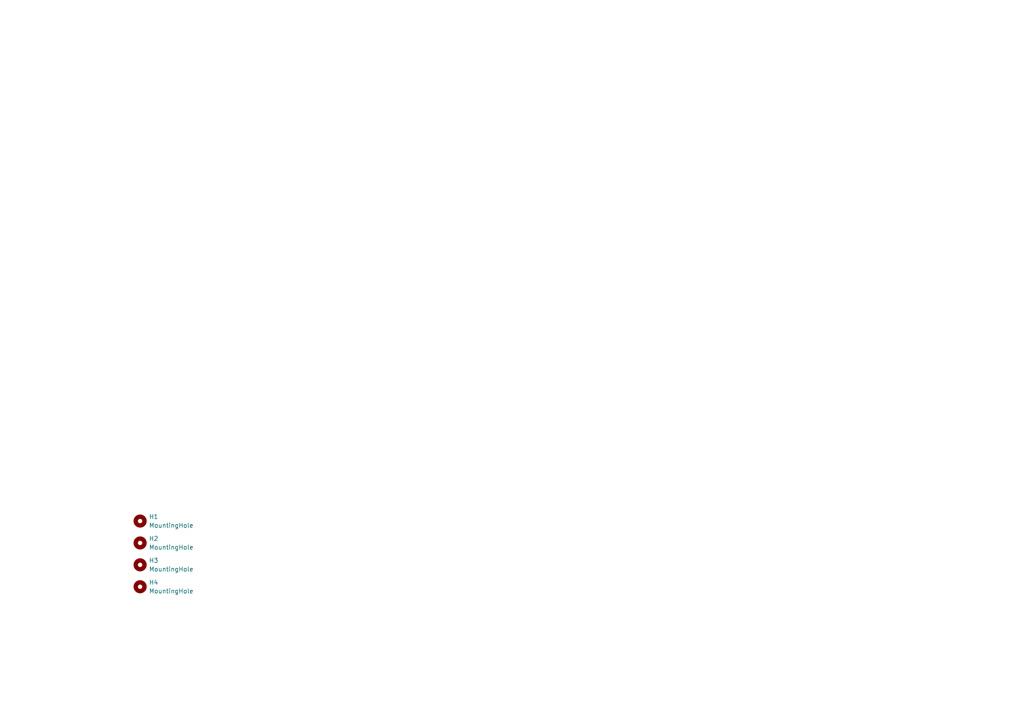
<source format=kicad_sch>
(kicad_sch (version 20230121) (generator eeschema)
  (paper "A4")
  (lib_symbols
    (symbol "Mechanical:MountingHole" (pin_names (offset 1.016))
      (property "Reference" "H" (at 0 5.08 0))
      (property "Value" "MountingHole" (at 0 3.175 0))
      (symbol "MountingHole_0_1"
        (circle (center 0 0) (radius 1.27) (stroke (width 1.27)))
      )
    )
  )
  (symbol (lib_id "Mechanical:MountingHole") (at 40.64 170.18 0) (unit 1)
    (property "Reference" "H4" (at 43.18 168.91 0) (effects (justify left)))
    (property "Value" "MountingHole" (at 43.18 171.45 0) (effects (justify left)))
    (property "Footprint" "MountingHole:MountingHole_3.2mm_M3" (effects hide))
  )
  (symbol (lib_id "Mechanical:MountingHole") (at 40.64 163.83 0) (unit 1)
    (property "Reference" "H3" (at 43.18 162.56 0) (effects (justify left)))
    (property "Value" "MountingHole" (at 43.18 165.1 0) (effects (justify left)))
    (property "Footprint" "MountingHole:MountingHole_3.2mm_M3" (effects hide))
  )
  (symbol (lib_id "Mechanical:MountingHole") (at 40.64 151.13 0) (unit 1)
    (property "Reference" "H1" (at 43.18 149.86 0) (effects (justify left)))
    (property "Value" "MountingHole" (at 43.18 152.4 0) (effects (justify left)))
    (property "Footprint" "MountingHole:MountingHole_3.2mm_M3" (effects hide))
  )
  (symbol (lib_id "Mechanical:MountingHole") (at 40.64 157.48 0) (unit 1)
    (property "Reference" "H2" (at 43.18 156.21 0) (effects (justify left)))
    (property "Value" "MountingHole" (at 43.18 158.75 0) (effects (justify left)))
    (property "Footprint" "MountingHole:MountingHole_3.2mm_M3" (effects hide))
  )
)
</source>
